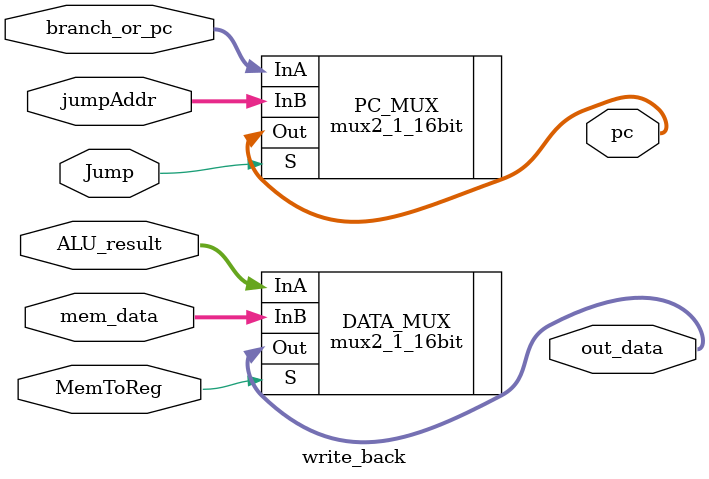
<source format=v>
module write_back(jumpAddr, branch_or_pc, Jump, mem_data, ALU_result, MemToReg, 
                  pc, out_data);

	input [15:0] jumpAddr;
	input [15:0] branch_or_pc;
	input Jump;                //To jump or not. From control
	input [15:0] mem_data;
	input [15:0] ALU_result;
	input MemToReg;            //Memory result or alu result. From control

	output [15:0] pc;          //New PC. either jump, branch, or pc + 2
	output [15:0] out_data;    //Either mem_data or alu_result

	//JUMP OR BRANCH_OR_PC Logic
	mux2_1_16bit PC_MUX (.InB(jumpAddr), .InA(branch_or_pc), .S(Jump), .Out(pc));

	//ALU_Result or Data from Memory Logic
	mux2_1_16bit DATA_MUX(.InB(mem_data), .InA(ALU_result), .S(MemToReg), .Out(out_data));

endmodule

</source>
